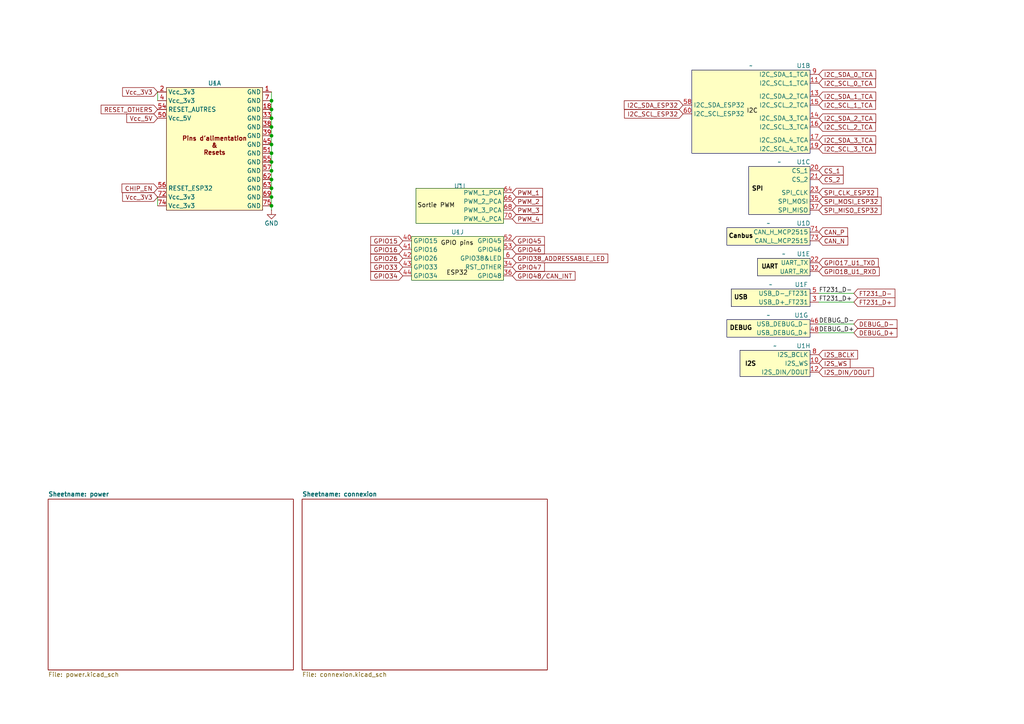
<source format=kicad_sch>
(kicad_sch (version 20231120) (generator "eeschema") (generator_version "8.0")
  (paper "A4")
  (lib_symbols
    (symbol "connecteur_SOM_ESP32_V2_1"
      (property "Reference" "U" (at 0 9.652 0))
      (symbol "connecteur_SOM_ESP32_V2_1_1_1"
        (rectangle (start -13.97 0) (end 13.97 -35.56) (stroke (width 0) (color 72 0 0 1)) (fill (type background)))
        (text "Pins d'alimentation\n&\nResets" (at 0 -16.764 0) (effects (font (size 1.27 1.27) (bold yes))))
        (pin power_in line (at 16.51 -1.27 180) (length 2.54) (name "GND") (number "1"))
        (pin power_in line (at 16.51 -6.35 180) (length 2.54) (name "GND") (number "18"))
        (pin power_in line (at -16.51 -1.27 0) (length 2.54) (name "Vcc_3v3") (number "2"))
        (pin power_in line (at 16.51 -8.89 180) (length 2.54) (name "GND") (number "33"))
        (pin power_in line (at 16.51 -11.43 180) (length 2.54) (name "GND") (number "38"))
        (pin power_in line (at 16.51 -13.97 180) (length 2.54) (name "GND") (number "39"))
        (pin power_in line (at -16.51 -3.81 0) (length 2.54) (name "Vcc_3v3") (number "4"))
        (pin power_in line (at 16.51 -16.51 180) (length 2.54) (name "GND") (number "45"))
        (pin power_in line (at -16.51 -8.89 0) (length 2.54) (name "Vcc_5V") (number "50"))
        (pin power_in line (at 16.51 -19.05 180) (length 2.54) (name "GND") (number "51"))
        (pin bidirectional line (at -16.51 -6.35 0) (length 2.54) (name "RESET_AUTRES") (number "54"))
        (pin power_in line (at 16.51 -21.59 180) (length 2.54) (name "GND") (number "55"))
        (pin bidirectional line (at -16.51 -29.21 0) (length 2.54) (name "RESET_ESP32") (number "56"))
        (pin power_in line (at 16.51 -24.13 180) (length 2.54) (name "GND") (number "57"))
        (pin power_in line (at 16.51 -26.67 180) (length 2.54) (name "GND") (number "62"))
        (pin power_in line (at 16.51 -29.21 180) (length 2.54) (name "GND") (number "63"))
        (pin power_in line (at 16.51 -31.75 180) (length 2.54) (name "GND") (number "69"))
        (pin power_in line (at 16.51 -3.81 180) (length 2.54) (name "GND") (number "7"))
        (pin power_in line (at -16.51 -31.75 0) (length 2.54) (name "Vcc_3v3") (number "72"))
        (pin power_in line (at -16.51 -34.29 0) (length 2.54) (name "Vcc_3v3") (number "74"))
        (pin power_in line (at 16.51 -34.29 180) (length 2.54) (name "GND") (number "75"))
      )
      (symbol "connecteur_SOM_ESP32_V2_1_2_1"
        (rectangle (start -17.78 0) (end 16.51 -24.13) (stroke (width 0) (color 0 0 72 1)) (fill (type background)))
        (text "I2C" (at -0.254 -11.684 0) (effects (font (size 1.27 1.27))))
        (pin bidirectional line (at 19.05 -3.81 180) (length 2.54) (name "I2C_SCL_1_TCA") (number "11"))
        (pin bidirectional line (at 19.05 -7.62 180) (length 2.54) (name "I2C_SDA_2_TCA") (number "13"))
        (pin bidirectional line (at 19.05 -13.97 180) (length 2.54) (name "I2C_SDA_3_TCA") (number "14"))
        (pin bidirectional line (at 19.05 -10.16 180) (length 2.54) (name "I2C_SCL_2_TCA") (number "15"))
        (pin bidirectional line (at 19.05 -16.51 180) (length 2.54) (name "I2C_SCL_3_TCA") (number "16"))
        (pin bidirectional line (at 19.05 -20.32 180) (length 2.54) (name "I2C_SDA_4_TCA") (number "17"))
        (pin bidirectional line (at 19.05 -22.86 180) (length 2.54) (name "I2C_SCL_4_TCA") (number "19"))
        (pin bidirectional line (at -20.32 -10.16 0) (length 2.54) (name "I2C_SDA_ESP32") (number "58"))
        (pin bidirectional line (at -20.32 -12.7 0) (length 2.54) (name "I2C_SCL_ESP32") (number "60"))
        (pin bidirectional line (at 19.05 -1.27 180) (length 2.54) (name "I2C_SDA_1_TCA") (number "9"))
      )
      (symbol "connecteur_SOM_ESP32_V2_1_3_1"
        (rectangle (start -2.54 6.35) (end 15.24 -7.62) (stroke (width 0) (color 0 0 72 1)) (fill (type background)))
        (text "SPI" (at 0 0 0) (effects (font (size 1.27 1.27) (bold yes))))
        (pin bidirectional line (at 17.78 5.08 180) (length 2.54) (name "CS_1") (number "20"))
        (pin bidirectional line (at 17.78 2.54 180) (length 2.54) (name "CS_2") (number "21"))
        (pin bidirectional line (at 17.78 -1.27 180) (length 2.54) (name "SPI_CLK") (number "23"))
        (pin bidirectional line (at 17.78 -3.81 180) (length 2.54) (name "SPI_MOSI") (number "35"))
        (pin bidirectional line (at 17.78 -6.35 180) (length 2.54) (name "SPI_MISO") (number "37"))
      )
      (symbol "connecteur_SOM_ESP32_V2_1_4_1"
        (rectangle (start -12.7 2.54) (end 11.43 -2.54) (stroke (width 0) (color 0 0 72 1)) (fill (type background)))
        (text "Canbus" (at -8.636 0.254 0) (effects (font (size 1.27 1.27) (bold yes))))
        (pin bidirectional line (at 13.97 1.27 180) (length 2.54) (name "CAN_H_MCP2515") (number "71"))
        (pin bidirectional line (at 13.97 -1.27 180) (length 2.54) (name "CAN_L_MCP2515") (number "73"))
      )
      (symbol "connecteur_SOM_ESP32_V2_1_5_1"
        (rectangle (start -11.43 2.54) (end 3.81 -2.54) (stroke (width 0) (color 0 0 72 1)) (fill (type background)))
        (text "UART" (at -7.874 0.254 0) (effects (font (size 1.27 1.27) (bold yes))))
        (pin bidirectional line (at 6.35 1.27 180) (length 2.54) (name "UART_TX") (number "22"))
        (pin bidirectional line (at 6.35 -1.27 180) (length 2.54) (name "UART_RX") (number "32"))
      )
      (symbol "connecteur_SOM_ESP32_V2_1_6_1"
        (rectangle (start -13.97 2.54) (end 8.89 -2.54) (stroke (width 0) (color 0 0 72 1)) (fill (type background)))
        (text "USB" (at -11.176 0.254 0) (effects (font (size 1.27 1.27) (bold yes))))
        (pin bidirectional line (at 11.43 -1.27 180) (length 2.54) (name "USB_D+_FT231") (number "3"))
        (pin bidirectional line (at 11.43 1.27 180) (length 2.54) (name "USB_D-_FT231") (number "5"))
      )
      (symbol "connecteur_SOM_ESP32_V2_1_7_1"
        (rectangle (start -13.97 2.54) (end 10.16 -2.54) (stroke (width 0) (color 0 0 72 1)) (fill (type background)))
        (text "DEBUG" (at -9.906 0.254 0) (effects (font (size 1.27 1.27) (bold yes))))
        (pin bidirectional line (at 12.7 1.27 180) (length 2.54) (name "USB_DEBUG_D-") (number "46"))
        (pin bidirectional line (at 12.7 -1.27 180) (length 2.54) (name "USB_DEBUG_D+") (number "48"))
      )
      (symbol "connecteur_SOM_ESP32_V2_1_8_1"
        (rectangle (start -15.24 3.81) (end 5.08 -3.81) (stroke (width 0) (color 0 0 72 1)) (fill (type background)))
        (text "I2S" (at -12.192 0 0) (effects (font (size 1.27 1.27) (bold yes))))
        (pin bidirectional line (at 7.62 0 180) (length 2.54) (name "I2S_WS") (number "10"))
        (pin bidirectional line (at 7.62 -2.54 180) (length 2.54) (name "I2S_DIN/DOUT") (number "12"))
        (pin bidirectional line (at 7.62 2.54 180) (length 2.54) (name "I2S_BCLK") (number "8"))
      )
      (symbol "connecteur_SOM_ESP32_V2_1_9_1"
        (rectangle (start -11.43 5.08) (end 13.97 -5.08) (stroke (width 0) (color 0 72 0 1)) (fill (type background)))
        (text "Sortie PWM\n" (at -5.588 0.254 0) (effects (font (size 1.27 1.27))))
        (pin output line (at 16.51 3.81 180) (length 2.54) (name "PWM_1_PCA") (number "64"))
        (pin output line (at 16.51 1.27 180) (length 2.54) (name "PWM_2_PCA") (number "66"))
        (pin output line (at 16.51 -1.27 180) (length 2.54) (name "PWM_3_PCA") (number "68"))
        (pin output line (at 16.51 -3.81 180) (length 2.54) (name "PWM_4_PCA") (number "70"))
      )
      (symbol "connecteur_SOM_ESP32_V2_1_10_1"
        (rectangle (start -13.97 3.81) (end 12.7 -8.89) (stroke (width 0) (color 0 72 0 1)) (fill (type background)))
        (text "ESP32\n" (at -0.762 -6.604 0) (effects (font (size 1.27 1.27))))
        (text "GPIO pins" (at -0.762 2.032 0) (effects (font (size 1.27 1.27))))
        (pin bidirectional line (at 15.24 -5.08 180) (length 2.54) (name "RST_OTHER") (number "34"))
        (pin bidirectional line (at 15.24 -7.62 180) (length 2.54) (name "GPIO48") (number "36"))
        (pin bidirectional line (at -16.51 2.54 0) (length 2.54) (name "GPIO15") (number "40"))
        (pin bidirectional line (at -16.51 0 0) (length 2.54) (name "GPIO16") (number "41"))
        (pin bidirectional line (at -16.51 -2.54 0) (length 2.54) (name "GPIO26") (number "42"))
        (pin bidirectional line (at -16.51 -5.08 0) (length 2.54) (name "GPIO33") (number "43"))
        (pin bidirectional line (at -16.51 -7.62 0) (length 2.54) (name "GPIO34") (number "44"))
        (pin bidirectional line (at 15.24 2.54 180) (length 2.54) (name "GPIO45") (number "52"))
        (pin bidirectional line (at 15.24 0 180) (length 2.54) (name "GPIO46") (number "53"))
        (pin bidirectional line (at 15.24 -2.54 180) (length 2.54) (name "GPIO38&LED") (number "6"))
      )
    )
    (symbol "connecteur_m2_SoM_esp32_keyE:connecteur_SOM_ESP32_V2"
      (property "Reference" "U" (at 0 9.652 0))
      (symbol "connecteur_SOM_ESP32_V2_1_1"
        (rectangle (start -13.97 0) (end 13.97 -35.56) (stroke (width 0) (color 72 0 0 1)) (fill (type background)))
        (text "Pins d'alimentation\n&\nResets" (at 0 -16.764 0) (effects (font (size 1.27 1.27) (bold yes))))
        (pin power_in line (at 16.51 -1.27 180) (length 2.54) (name "GND") (number "1"))
        (pin power_in line (at 16.51 -6.35 180) (length 2.54) (name "GND") (number "18"))
        (pin power_in line (at -16.51 -1.27 0) (length 2.54) (name "Vcc_3v3") (number "2"))
        (pin power_in line (at 16.51 -8.89 180) (length 2.54) (name "GND") (number "33"))
        (pin power_in line (at 16.51 -11.43 180) (length 2.54) (name "GND") (number "38"))
        (pin power_in line (at 16.51 -13.97 180) (length 2.54) (name "GND") (number "39"))
        (pin power_in line (at -16.51 -3.81 0) (length 2.54) (name "Vcc_3v3") (number "4"))
        (pin power_in line (at 16.51 -16.51 180) (length 2.54) (name "GND") (number "45"))
        (pin power_in line (at -16.51 -8.89 0) (length 2.54) (name "Vcc_5V") (number "50"))
        (pin power_in line (at 16.51 -19.05 180) (length 2.54) (name "GND") (number "51"))
        (pin bidirectional line (at -16.51 -6.35 0) (length 2.54) (name "RESET_AUTRES") (number "54"))
        (pin power_in line (at 16.51 -21.59 180) (length 2.54) (name "GND") (number "55"))
        (pin bidirectional line (at -16.51 -29.21 0) (length 2.54) (name "RESET_ESP32") (number "56"))
        (pin power_in line (at 16.51 -24.13 180) (length 2.54) (name "GND") (number "57"))
        (pin power_in line (at 16.51 -26.67 180) (length 2.54) (name "GND") (number "62"))
        (pin power_in line (at 16.51 -29.21 180) (length 2.54) (name "GND") (number "63"))
        (pin power_in line (at 16.51 -31.75 180) (length 2.54) (name "GND") (number "69"))
        (pin power_in line (at 16.51 -3.81 180) (length 2.54) (name "GND") (number "7"))
        (pin power_in line (at -16.51 -31.75 0) (length 2.54) (name "Vcc_3v3") (number "72"))
        (pin power_in line (at -16.51 -34.29 0) (length 2.54) (name "Vcc_3v3") (number "74"))
        (pin power_in line (at 16.51 -34.29 180) (length 2.54) (name "GND") (number "75"))
      )
      (symbol "connecteur_SOM_ESP32_V2_2_1"
        (rectangle (start -17.78 0) (end 16.51 -24.13) (stroke (width 0) (color 0 0 72 1)) (fill (type background)))
        (text "I2C" (at -0.254 -11.684 0) (effects (font (size 1.27 1.27))))
        (pin bidirectional line (at 19.05 -3.81 180) (length 2.54) (name "I2C_SCL_1_TCA") (number "11"))
        (pin bidirectional line (at 19.05 -7.62 180) (length 2.54) (name "I2C_SDA_2_TCA") (number "13"))
        (pin bidirectional line (at 19.05 -13.97 180) (length 2.54) (name "I2C_SDA_3_TCA") (number "14"))
        (pin bidirectional line (at 19.05 -10.16 180) (length 2.54) (name "I2C_SCL_2_TCA") (number "15"))
        (pin bidirectional line (at 19.05 -16.51 180) (length 2.54) (name "I2C_SCL_3_TCA") (number "16"))
        (pin bidirectional line (at 19.05 -20.32 180) (length 2.54) (name "I2C_SDA_4_TCA") (number "17"))
        (pin bidirectional line (at 19.05 -22.86 180) (length 2.54) (name "I2C_SCL_4_TCA") (number "19"))
        (pin bidirectional line (at -20.32 -10.16 0) (length 2.54) (name "I2C_SDA_ESP32") (number "58"))
        (pin bidirectional line (at -20.32 -12.7 0) (length 2.54) (name "I2C_SCL_ESP32") (number "60"))
        (pin bidirectional line (at 19.05 -1.27 180) (length 2.54) (name "I2C_SDA_1_TCA") (number "9"))
      )
      (symbol "connecteur_SOM_ESP32_V2_3_1"
        (rectangle (start -2.54 6.35) (end 15.24 -7.62) (stroke (width 0) (color 0 0 72 1)) (fill (type background)))
        (text "SPI" (at 0 0 0) (effects (font (size 1.27 1.27) (bold yes))))
        (pin bidirectional line (at 17.78 5.08 180) (length 2.54) (name "SPI_CS_5") (number "20"))
        (pin bidirectional line (at 17.78 2.54 180) (length 2.54) (name "SPI_CS_6") (number "21"))
        (pin bidirectional line (at 17.78 -1.27 180) (length 2.54) (name "SPI_CLK") (number "23"))
        (pin bidirectional line (at 17.78 -3.81 180) (length 2.54) (name "SPI_MOSI") (number "35"))
        (pin bidirectional line (at 17.78 -6.35 180) (length 2.54) (name "SPI_MISO") (number "37"))
      )
      (symbol "connecteur_SOM_ESP32_V2_4_1"
        (rectangle (start -12.7 2.54) (end 11.43 -2.54) (stroke (width 0) (color 0 0 72 1)) (fill (type background)))
        (text "Canbus" (at -8.636 0.254 0) (effects (font (size 1.27 1.27) (bold yes))))
        (pin bidirectional line (at 13.97 1.27 180) (length 2.54) (name "CAN_H_MCP2515") (number "71"))
        (pin bidirectional line (at 13.97 -1.27 180) (length 2.54) (name "CAN_L_MCP2515") (number "73"))
      )
      (symbol "connecteur_SOM_ESP32_V2_5_1"
        (rectangle (start -11.43 2.54) (end 3.81 -2.54) (stroke (width 0) (color 0 0 72 1)) (fill (type background)))
        (text "UART" (at -7.874 0.254 0) (effects (font (size 1.27 1.27) (bold yes))))
        (pin bidirectional line (at 6.35 1.27 180) (length 2.54) (name "UART_TX") (number "22"))
        (pin bidirectional line (at 6.35 -1.27 180) (length 2.54) (name "UART_RX") (number "32"))
      )
      (symbol "connecteur_SOM_ESP32_V2_6_1"
        (rectangle (start -13.97 2.54) (end 8.89 -2.54) (stroke (width 0) (color 0 0 72 1)) (fill (type background)))
        (text "USB" (at -11.176 0.254 0) (effects (font (size 1.27 1.27) (bold yes))))
        (pin bidirectional line (at 11.43 -1.27 180) (length 2.54) (name "USB_D+_FT231") (number "3"))
        (pin bidirectional line (at 11.43 1.27 180) (length 2.54) (name "USB_D-_FT231") (number "5"))
      )
      (symbol "connecteur_SOM_ESP32_V2_7_1"
        (rectangle (start -13.97 2.54) (end 10.16 -2.54) (stroke (width 0) (color 0 0 72 1)) (fill (type background)))
        (text "DEBUG" (at -9.906 0.254 0) (effects (font (size 1.27 1.27) (bold yes))))
        (pin bidirectional line (at 12.7 1.27 180) (length 2.54) (name "USB_DEBUG_D-") (number "46"))
        (pin bidirectional line (at 12.7 -1.27 180) (length 2.54) (name "USB_DEBUG_D+") (number "48"))
      )
      (symbol "connecteur_SOM_ESP32_V2_8_1"
        (rectangle (start -15.24 3.81) (end 5.08 -3.81) (stroke (width 0) (color 0 0 72 1)) (fill (type background)))
        (text "I2S" (at -12.192 0 0) (effects (font (size 1.27 1.27) (bold yes))))
        (pin bidirectional line (at 7.62 0 180) (length 2.54) (name "I2S_WS") (number "10"))
        (pin bidirectional line (at 7.62 -2.54 180) (length 2.54) (name "I2S_DIN/DOUT") (number "12"))
        (pin bidirectional line (at 7.62 2.54 180) (length 2.54) (name "I2S_BCLK") (number "8"))
      )
      (symbol "connecteur_SOM_ESP32_V2_9_1"
        (rectangle (start -11.43 5.08) (end 13.97 -5.08) (stroke (width 0) (color 0 72 0 1)) (fill (type background)))
        (text "Sortie PWM\n" (at -5.588 0.254 0) (effects (font (size 1.27 1.27))))
        (pin output line (at 16.51 3.81 180) (length 2.54) (name "PWM_1_PCA") (number "64"))
        (pin output line (at 16.51 1.27 180) (length 2.54) (name "PWM_2_PCA") (number "66"))
        (pin output line (at 16.51 -1.27 180) (length 2.54) (name "PWM_3_PCA") (number "68"))
        (pin output line (at 16.51 -3.81 180) (length 2.54) (name "PWM_4_PCA") (number "70"))
      )
      (symbol "connecteur_SOM_ESP32_V2_10_1"
        (rectangle (start -13.97 3.81) (end 12.7 -8.89) (stroke (width 0) (color 0 72 0 1)) (fill (type background)))
        (text "ESP32\n" (at -0.762 -6.604 0) (effects (font (size 1.27 1.27))))
        (text "GPIO pins" (at -0.762 2.032 0) (effects (font (size 1.27 1.27))))
        (pin bidirectional line (at 15.24 -5.08 180) (length 2.54) (name "RST_OTHER") (number "34"))
        (pin bidirectional line (at 15.24 -7.62 180) (length 2.54) (name "GPIO48") (number "36"))
        (pin bidirectional line (at -16.51 2.54 0) (length 2.54) (name "GPIO15") (number "40"))
        (pin bidirectional line (at -16.51 0 0) (length 2.54) (name "GPIO16") (number "41"))
        (pin bidirectional line (at -16.51 -2.54 0) (length 2.54) (name "GPIO26") (number "42"))
        (pin bidirectional line (at -16.51 -5.08 0) (length 2.54) (name "GPIO33") (number "43"))
        (pin bidirectional line (at -16.51 -7.62 0) (length 2.54) (name "GPIO34") (number "44"))
        (pin bidirectional line (at 15.24 2.54 180) (length 2.54) (name "GPIO45") (number "52"))
        (pin bidirectional line (at 15.24 0 180) (length 2.54) (name "GPIO46") (number "53"))
        (pin bidirectional line (at 15.24 -2.54 180) (length 2.54) (name "GPIO38&LED") (number "6"))
      )
    )
    (symbol "power:GND" (power) (pin_numbers hide) (pin_names (offset 0) hide)
      (property "Value" "GND" (at 0 -3.81 0))
      (symbol "GND_0_1"
        (polyline (pts (xy 0 0) (xy 0 -1.27) (xy 1.27 -1.27) (xy 0 -2.54) (xy -1.27 -1.27) (xy 0 -1.27)))
      )
      (symbol "GND_1_1"
        (pin power_in line (at 0 0 270) (length 0) (name "~") (number "1"))
      )
    )
  )
  (junction (at 78.74 31.75))
  (junction (at 78.74 34.29))
  (junction (at 78.74 46.99))
  (junction (at 78.74 59.69))
  (junction (at 78.74 29.21))
  (junction (at 78.74 54.61))
  (junction (at 78.74 52.07))
  (junction (at 78.74 44.45))
  (junction (at 78.74 36.83))
  (junction (at 78.74 39.37))
  (junction (at 78.74 41.91))
  (junction (at 78.74 57.15))
  (junction (at 78.74 49.53))
  (wire (pts (xy 78.74 39.37) (xy 78.74 41.91)))
  (wire (pts (xy 237.49 85.09) (xy 247.65 85.09)))
  (wire (pts (xy 78.74 26.67) (xy 78.74 29.21)))
  (wire (pts (xy 78.74 44.45) (xy 78.74 46.99)))
  (wire (pts (xy 78.74 36.83) (xy 78.74 39.37)))
  (wire (pts (xy 45.72 26.67) (xy 45.72 29.21)))
  (wire (pts (xy 78.74 41.91) (xy 78.74 44.45)))
  (wire (pts (xy 78.74 54.61) (xy 78.74 57.15)))
  (wire (pts (xy 237.49 93.98) (xy 247.65 93.98)))
  (wire (pts (xy 78.74 29.21) (xy 78.74 31.75)))
  (wire (pts (xy 78.74 49.53) (xy 78.74 52.07)))
  (wire (pts (xy 78.74 34.29) (xy 78.74 36.83)))
  (wire (pts (xy 78.74 31.75) (xy 78.74 34.29)))
  (wire (pts (xy 237.49 96.52) (xy 247.65 96.52)))
  (wire (pts (xy 45.72 57.15) (xy 45.72 59.69)))
  (wire (pts (xy 78.74 59.69) (xy 78.74 60.96)))
  (wire (pts (xy 237.49 87.63) (xy 247.65 87.63)))
  (wire (pts (xy 78.74 46.99) (xy 78.74 49.53)))
  (wire (pts (xy 78.74 57.15) (xy 78.74 59.69)))
  (wire (pts (xy 78.74 52.07) (xy 78.74 54.61)))
  (label "FT231_D+" (at 237.49 87.63 0))
  (label "DEBUG_D-" (at 237.49 93.98 0))
  (label "FT231_D-" (at 237.49 85.09 0))
  (label "DEBUG_D+" (at 237.49 96.52 0))
  (global_label "GPIO16" (shape input) (at 116.84 72.39 180) (property "Intersheetrefs" "${INTERSHEET_REFS}" (effects (hide yes))))
  (global_label "PWM_1" (shape input) (at 148.59 55.88 0) (property "Intersheetrefs" "${INTERSHEET_REFS}" (effects (hide yes))))
  (global_label "I2C_SCL_ESP32" (shape input) (at 198.12 33.02 180) (property "Intersheetrefs" "${INTERSHEET_REFS}" (effects (hide yes))))
  (global_label "Vcc_5V" (shape input) (at 45.72 34.29 180) (property "Intersheetrefs" "${INTERSHEET_REFS}" (effects (hide yes))))
  (global_label "I2C_SDA_ESP32" (shape input) (at 198.12 30.48 180) (property "Intersheetrefs" "${INTERSHEET_REFS}" (effects (hide yes))))
  (global_label "Vcc_3V3" (shape input) (at 45.72 26.67 180) (property "Intersheetrefs" "${INTERSHEET_REFS}" (effects (hide yes))))
  (global_label "I2C_SDA_1_TCA" (shape input) (at 237.49 27.94 0) (property "Intersheetrefs" "${INTERSHEET_REFS}" (effects (hide yes))))
  (global_label "I2C_SDA_2_TCA" (shape input) (at 237.49 34.29 0) (property "Intersheetrefs" "${INTERSHEET_REFS}" (effects (hide yes))))
  (global_label "I2C_SCL_3_TCA" (shape input) (at 237.49 43.18 0) (property "Intersheetrefs" "${INTERSHEET_REFS}" (effects (hide yes))))
  (global_label "DEBUG_D+" (shape input) (at 247.65 96.52 0) (property "Intersheetrefs" "${INTERSHEET_REFS}" (effects (hide yes))))
  (global_label "I2C_SCL_1_TCA" (shape input) (at 237.49 30.48 0) (property "Intersheetrefs" "${INTERSHEET_REFS}" (effects (hide yes))))
  (global_label "SPI_MISO_ESP32" (shape input) (at 237.49 60.96 0) (property "Intersheetrefs" "${INTERSHEET_REFS}" (effects (hide yes))))
  (global_label "CAN_P" (shape input) (at 237.49 67.31 0) (property "Intersheetrefs" "${INTERSHEET_REFS}" (effects (hide yes))))
  (global_label "GPIO17_U1_TXD" (shape input) (at 237.49 76.2 0) (property "Intersheetrefs" "${INTERSHEET_REFS}" (effects (hide yes))))
  (global_label "I2C_SDA_0_TCA" (shape input) (at 237.49 21.59 0) (property "Intersheetrefs" "${INTERSHEET_REFS}" (effects (hide yes))))
  (global_label "DEBUG_D-" (shape input) (at 247.65 93.98 0) (property "Intersheetrefs" "${INTERSHEET_REFS}" (effects (hide yes))))
  (global_label "GPIO45" (shape input) (at 148.59 69.85 0) (property "Intersheetrefs" "${INTERSHEET_REFS}" (effects (hide yes))))
  (global_label "CAN_N" (shape input) (at 237.49 69.85 0) (property "Intersheetrefs" "${INTERSHEET_REFS}" (effects (hide yes))))
  (global_label "GPIO34" (shape input) (at 116.84 80.01 180) (property "Intersheetrefs" "${INTERSHEET_REFS}" (effects (hide yes))))
  (global_label "PWM_2" (shape input) (at 148.59 58.42 0) (property "Intersheetrefs" "${INTERSHEET_REFS}" (effects (hide yes))))
  (global_label "I2C_SCL_2_TCA" (shape input) (at 237.49 36.83 0) (property "Intersheetrefs" "${INTERSHEET_REFS}" (effects (hide yes))))
  (global_label "I2C_SDA_3_TCA" (shape input) (at 237.49 40.64 0) (property "Intersheetrefs" "${INTERSHEET_REFS}" (effects (hide yes))))
  (global_label "GPIO46" (shape input) (at 148.59 72.39 0) (property "Intersheetrefs" "${INTERSHEET_REFS}" (effects (hide yes))))
  (global_label "SPI_MOSI_ESP32" (shape input) (at 237.49 58.42 0) (property "Intersheetrefs" "${INTERSHEET_REFS}" (effects (hide yes))))
  (global_label "Vcc_3V3" (shape input) (at 45.72 57.15 180) (property "Intersheetrefs" "${INTERSHEET_REFS}" (effects (hide yes))))
  (global_label "RESET_OTHERS" (shape input) (at 45.72 31.75 180) (property "Intersheetrefs" "${INTERSHEET_REFS}" (effects (hide yes))))
  (global_label "GPIO33" (shape input) (at 116.84 77.47 180) (property "Intersheetrefs" "${INTERSHEET_REFS}" (effects (hide yes))))
  (global_label "GPIO18_U1_RXD" (shape input) (at 237.49 78.74 0) (property "Intersheetrefs" "${INTERSHEET_REFS}" (effects (hide yes))))
  (global_label "PWM_3" (shape input) (at 148.59 60.96 0) (property "Intersheetrefs" "${INTERSHEET_REFS}" (effects (hide yes))))
  (global_label "CS_2" (shape input) (at 237.49 52.07 0) (property "Intersheetrefs" "${INTERSHEET_REFS}" (effects (hide yes))))
  (global_label "FT231_D-" (shape input) (at 247.65 85.09 0) (property "Intersheetrefs" "${INTERSHEET_REFS}" (effects (hide yes))))
  (global_label "GPIO15" (shape input) (at 116.84 69.85 180) (property "Intersheetrefs" "${INTERSHEET_REFS}" (effects (hide yes))))
  (global_label "PWM_4" (shape input) (at 148.59 63.5 0) (property "Intersheetrefs" "${INTERSHEET_REFS}" (effects (hide yes))))
  (global_label "CHIP_EN" (shape input) (at 45.72 54.61 180) (property "Intersheetrefs" "${INTERSHEET_REFS}" (effects (hide yes))))
  (global_label "FT231_D+" (shape input) (at 247.65 87.63 0) (property "Intersheetrefs" "${INTERSHEET_REFS}" (effects (hide yes))))
  (global_label "I2S_DIN{slash}DOUT" (shape input) (at 237.49 107.95 0) (property "Intersheetrefs" "${INTERSHEET_REFS}" (effects (hide yes))))
  (global_label "SPI_CLK_ESP32" (shape input) (at 237.49 55.88 0) (property "Intersheetrefs" "${INTERSHEET_REFS}" (effects (hide yes))))
  (global_label "CS_1" (shape input) (at 237.49 49.53 0) (property "Intersheetrefs" "${INTERSHEET_REFS}" (effects (hide yes))))
  (global_label "GPIO48{slash}CAN_INT" (shape input) (at 148.59 80.01 0) (property "Intersheetrefs" "${INTERSHEET_REFS}" (effects (hide yes))))
  (global_label "GPIO38_ADDRESSABLE_LED" (shape input) (at 148.59 74.93 0) (property "Intersheetrefs" "${INTERSHEET_REFS}" (effects (hide yes))))
  (global_label "GPIO47" (shape input) (at 148.59 77.47 0) (property "Intersheetrefs" "${INTERSHEET_REFS}" (effects (hide yes))))
  (global_label "I2S_BCLK" (shape input) (at 237.49 102.87 0) (property "Intersheetrefs" "${INTERSHEET_REFS}" (effects (hide yes))))
  (global_label "I2C_SCL_0_TCA" (shape input) (at 237.49 24.13 0) (property "Intersheetrefs" "${INTERSHEET_REFS}" (effects (hide yes))))
  (global_label "GPIO26" (shape input) (at 116.84 74.93 180) (property "Intersheetrefs" "${INTERSHEET_REFS}" (effects (hide yes))))
  (global_label "I2S_WS" (shape input) (at 237.49 105.41 0) (property "Intersheetrefs" "${INTERSHEET_REFS}" (effects (hide yes))))
  (symbol (lib_id "connecteur_m2_SoM_esp32_keyE:connecteur_SOM_ESP32_V2") (at 226.06 86.36 0) (unit 6)
    (property "Reference" "U1" (at 232.41 82.55 0))
    (property "Value" "~" (at 223.52 82.55 0))
    (property "Footprint" "MDT320E01001:AMPHENOL_MDT320E01001" (effects (hide yes)))
  )
  (symbol (lib_id "connecteur_m2_SoM_esp32_keyE:connecteur_SOM_ESP32_V2") (at 218.44 20.32 0) (unit 2)
    (property "Reference" "U1" (at 233.045 19.05 0))
    (property "Value" "~" (at 217.805 19.05 0))
    (property "Footprint" "MDT320E01001:AMPHENOL_MDT320E01001" (effects (hide yes)))
  )
  (symbol (lib_id "connecteur_m2_SoM_esp32_keyE:connecteur_SOM_ESP32_V2") (at 133.35 72.39 0) (unit 10)
    (property "Reference" "U1" (at 132.715 67.31 0))
    (property "Value" "~" (at 132.715 67.31 0))
    (property "Footprint" "MDT320E01001:AMPHENOL_MDT320E01001" (effects (hide yes)))
  )
  (symbol (lib_id "connecteur_m2_SoM_esp32_keyE:connecteur_SOM_ESP32_V2") (at 62.23 25.4 0) (unit 1)
    (property "Reference" "U1" (at 62.23 24.13 0))
    (property "Value" "~" (at 62.23 24.13 0))
    (property "Footprint" "MDT320E01001:AMPHENOL_MDT320E01001" (effects (hide yes)))
  )
  (symbol (lib_name "connecteur_SOM_ESP32_V2_1") (lib_id "connecteur_m2_SoM_esp32_keyE:connecteur_SOM_ESP32_V2") (at 219.71 54.61 0) (unit 3)
    (property "Reference" "U1" (at 233.045 46.99 0))
    (property "Value" "~" (at 226.06 46.99 0))
    (property "Footprint" "MDT320E01001:AMPHENOL_MDT320E01001" (effects (hide yes)))
  )
  (symbol (lib_id "power:GND") (at 78.74 60.96 0) (unit 1)
    (property "Reference" "#PWR01" (effects (hide yes)))
    (property "Value" "GND" (at 78.74 64.77 0))
    (property "Description" "Power symbol creates a global label with name \"GND\" , ground" (effects (hide yes)))
  )
  (symbol (lib_id "connecteur_m2_SoM_esp32_keyE:connecteur_SOM_ESP32_V2") (at 223.52 68.58 0) (unit 4)
    (property "Reference" "U1" (at 233.045 64.77 0))
    (property "Value" "~" (at 222.885 64.77 0))
    (property "Footprint" "MDT320E01001:AMPHENOL_MDT320E01001" (effects (hide yes)))
  )
  (symbol (lib_id "connecteur_m2_SoM_esp32_keyE:connecteur_SOM_ESP32_V2") (at 132.08 59.69 0) (unit 9)
    (property "Reference" "U1" (at 133.35 53.975 0))
    (property "Value" "~" (at 133.35 53.34 0))
    (property "Footprint" "MDT320E01001:AMPHENOL_MDT320E01001" (effects (hide yes)))
  )
  (symbol (lib_id "connecteur_m2_SoM_esp32_keyE:connecteur_SOM_ESP32_V2") (at 224.79 95.25 0) (unit 7)
    (property "Reference" "U1" (at 232.41 91.44 0))
    (property "Value" "~" (at 222.885 91.44 0))
    (property "Footprint" "MDT320E01001:AMPHENOL_MDT320E01001" (effects (hide yes)))
  )
  (symbol (lib_id "connecteur_m2_SoM_esp32_keyE:connecteur_SOM_ESP32_V2") (at 229.87 105.41 0) (unit 8)
    (property "Reference" "U1" (at 233.045 100.33 0))
    (property "Value" "~" (at 224.79 100.33 0))
    (property "Footprint" "MDT320E01001:AMPHENOL_MDT320E01001" (effects (hide yes)))
  )
  (symbol (lib_id "connecteur_m2_SoM_esp32_keyE:connecteur_SOM_ESP32_V2") (at 231.14 77.47 0) (unit 5)
    (property "Reference" "U1" (at 233.045 73.66 0))
    (property "Value" "~" (at 227.33 73.66 0))
    (property "Footprint" "MDT320E01001:AMPHENOL_MDT320E01001" (effects (hide yes)))
  )
  (sheet (at 87.63 144.78) (size 71.12 49.53) (stroke (width 0.1524))
    (property "Sheetname" "connexion" (at 87.63 144.0684 0) (show_name yes) (effects (font (bold yes)) (justify left bottom)))
    (property "Sheetfile" "connexion.kicad_sch" (at 87.63 194.8946 0) (effects (justify left top)))
  )
  (sheet (at 13.97 144.78) (size 71.12 49.53) (stroke (width 0.1524))
    (property "Sheetname" "power" (at 13.97 144.0684 0) (show_name yes) (effects (font (bold yes)) (justify left bottom)))
    (property "Sheetfile" "power.kicad_sch" (at 13.97 194.8946 0) (effects (justify left top)))
  )
)
</source>
